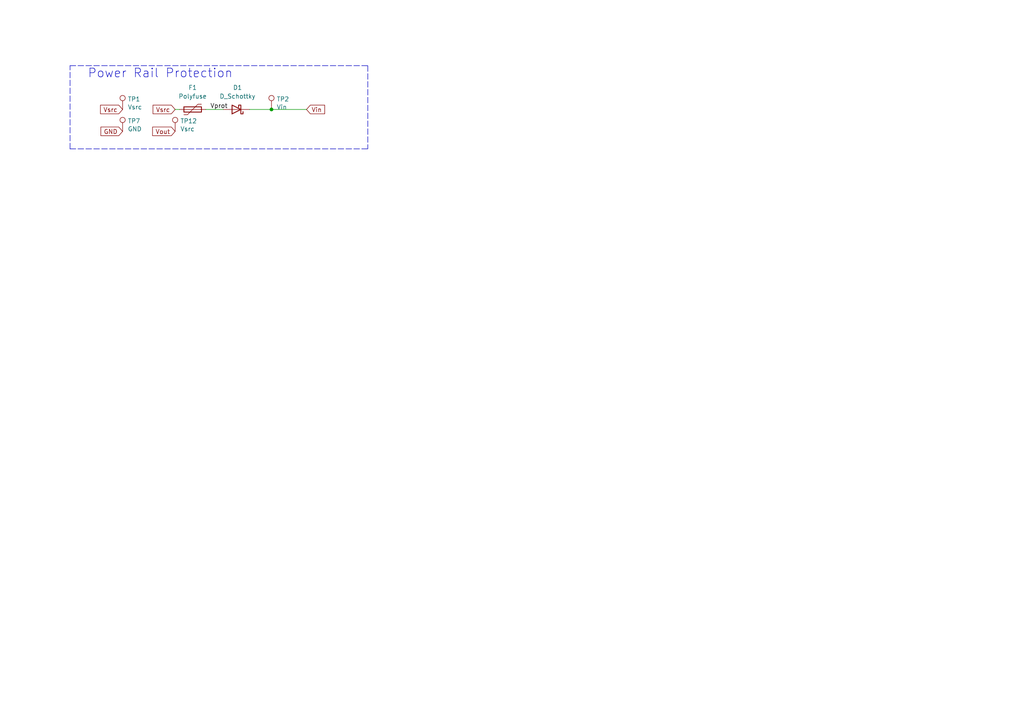
<source format=kicad_sch>
(kicad_sch (version 20211123) (generator eeschema)
  (paper "A4")
  (lib_symbols
    (symbol "Connector:TestPoint" (pin_numbers hide) (pin_names (offset 0.762) hide)
      (property "Reference" "TP" (at 0 6.858 0))
      (property "Value" "TestPoint" (at 0 5.08 0))
      (symbol "TestPoint_0_1"
        (circle (center 0 3.302) (radius 0.762))
      )
      (symbol "TestPoint_1_1"
        (pin passive line (at 0 0 90) (length 2.54) (name "1") (number "1"))
      )
    )
    (symbol "Device:D_Schottky" (pin_numbers hide) (pin_names (offset 1.016) hide)
      (property "Reference" "D" (at 0 2.54 0))
      (property "Value" "D_Schottky" (at 0 -2.54 0))
      (symbol "D_Schottky_0_1"
        (polyline (pts (xy 1.27 0) (xy -1.27 0)))
        (polyline (pts (xy 1.27 1.27) (xy 1.27 -1.27) (xy -1.27 0) (xy 1.27 1.27)) (stroke (width 0.254)))
        (polyline (pts (xy -1.905 0.635) (xy -1.905 1.27) (xy -1.27 1.27) (xy -1.27 -1.27) (xy -0.635 -1.27) (xy -0.635 -0.635)) (stroke (width 0.254)))
      )
      (symbol "D_Schottky_1_1"
        (pin passive line (at -3.81 0 0) (length 2.54) (name "K") (number "1"))
        (pin passive line (at 3.81 0 180) (length 2.54) (name "A") (number "2"))
      )
    )
    (symbol "Device:Polyfuse" (pin_numbers hide) (pin_names (offset 0))
      (property "Reference" "F" (at -2.54 0 90))
      (property "Value" "Polyfuse" (at 2.54 0 90))
      (symbol "Polyfuse_0_1"
        (rectangle (start -0.762 2.54) (end 0.762 -2.54) (stroke (width 0.254)))
        (polyline (pts (xy 0 2.54) (xy 0 -2.54)))
        (polyline (pts (xy -1.524 2.54) (xy -1.524 1.524) (xy 1.524 -1.524) (xy 1.524 -2.54)))
      )
      (symbol "Polyfuse_1_1"
        (pin passive line (at 0 3.81 270) (length 1.27) (name "~") (number "1"))
        (pin passive line (at 0 -3.81 90) (length 1.27) (name "~") (number "2"))
      )
    )
  )
  (junction (at 78.74 31.75))
  (wire (pts (xy 78.74 31.75) (xy 88.9 31.75)))
  (polyline (pts (xy 20.32 43.18) (xy 106.68 43.18)))
  (polyline (pts (xy 106.68 19.05) (xy 106.68 43.18)))
  (wire (pts (xy 59.69 31.75) (xy 64.77 31.75)))
  (polyline (pts (xy 20.32 19.05) (xy 106.68 19.05)))
  (wire (pts (xy 52.07 31.75) (xy 50.8 31.75)))
  (polyline (pts (xy 20.32 43.18) (xy 20.32 19.05)))
  (wire (pts (xy 72.39 31.75) (xy 78.74 31.75)))
  (text "Power Rail Protection" (at 25.4 22.86 0) (effects (font (size 2.54 2.54)) (justify left bottom)))
  (label "Vprot" (at 60.96 31.75 0))
  (global_label "Vsrc" (shape input) (at 35.56 31.75 180) (property "Intersheet References" "${INTERSHEET_REFS}" (effects hide)))
  (global_label "GND" (shape input) (at 35.56 38.1 180) (property "Intersheet References" "${INTERSHEET_REFS}" (effects hide)))
  (global_label "Vout" (shape input) (at 50.8 38.1 180) (property "Intersheet References" "${INTERSHEET_REFS}" (effects hide)))
  (global_label "Vsrc" (shape input) (at 50.8 31.75 180) (property "Intersheet References" "${INTERSHEET_REFS}" (effects hide)))
  (global_label "Vin" (shape input) (at 88.9 31.75 0) (property "Intersheet References" "${INTERSHEET_REFS}" (effects hide)))
  (symbol (lib_id "Connector:TestPoint") (at 35.56 31.75 0) (unit 1) (in_bom no)
    (property "Reference" "TP1" (at 37.0332 28.7528 0) (effects (justify left)))
    (property "Value" "Vsrc" (at 37.0332 31.0642 0) (effects (justify left)))
    (property "Footprint" "tinker:TestPoint_THTPad_D1.0mm_Drill0.5mm" (effects hide))
  )
  (symbol (lib_id "Connector:TestPoint") (at 50.8 38.1 0) (unit 1) (in_bom no) (on_board no)
    (property "Reference" "TP12" (at 52.2732 35.1028 0) (effects (justify left)))
    (property "Value" "Vsrc" (at 52.2732 37.4142 0) (effects (justify left)))
    (property "Footprint" "tinker:TestPoint_THTPad_D1.0mm_Drill0.5mm" (effects hide))
  )
  (symbol (lib_id "Connector:TestPoint") (at 78.74 31.75 0) (unit 1) (in_bom no)
    (property "Reference" "TP2" (at 80.2132 28.7528 0) (effects (justify left)))
    (property "Value" "Vin" (at 80.2132 31.0642 0) (effects (justify left)))
    (property "Footprint" "tinker:TestPoint_THTPad_D1.0mm_Drill0.5mm" (effects hide))
  )
  (symbol (lib_id "Device:D_Schottky") (at 68.58 31.75 180) (unit 1)
    (property "Reference" "D1" (at 68.8975 25.4 0))
    (property "Value" "D_Schottky" (at 68.8975 27.94 0))
    (property "Footprint" "Diode_SMD:D_SMA" (effects hide))
    (property "LCSC" "C3040450" (effects hide))
  )
  (symbol (lib_id "Device:Polyfuse") (at 55.88 31.75 90) (unit 1)
    (property "Reference" "F1" (at 55.88 25.4 90))
    (property "Value" "Polyfuse" (at 55.88 27.94 90))
    (property "Footprint" "tinker:F1206" (effects hide))
    (property "Datasheet" "https://www.lcsc.com/datasheet/lcsc_datasheet_2305121424_BHFUSE-BSMD1206L-260_C960020.pdf" (effects hide))
    (property "LCSC" "C2977524 (random choice)" (effects hide))
    (property "Field5" "BHFuse BSMD1206 family" (effects hide))
    (property "Field6" "https://www.lcsc.com/products/Resettable-Fuses_11042.html?keyword=BSMD1206" (effects hide))
  )
  (symbol (lib_id "Connector:TestPoint") (at 35.56 38.1 0) (unit 1) (in_bom no)
    (property "Reference" "TP7" (at 37.0332 35.1028 0) (effects (justify left)))
    (property "Value" "GND" (at 37.0332 37.4142 0) (effects (justify left)))
    (property "Footprint" "tinker:TestPoint_THTPad_D1.0mm_Drill0.5mm" (effects hide))
  )
)
</source>
